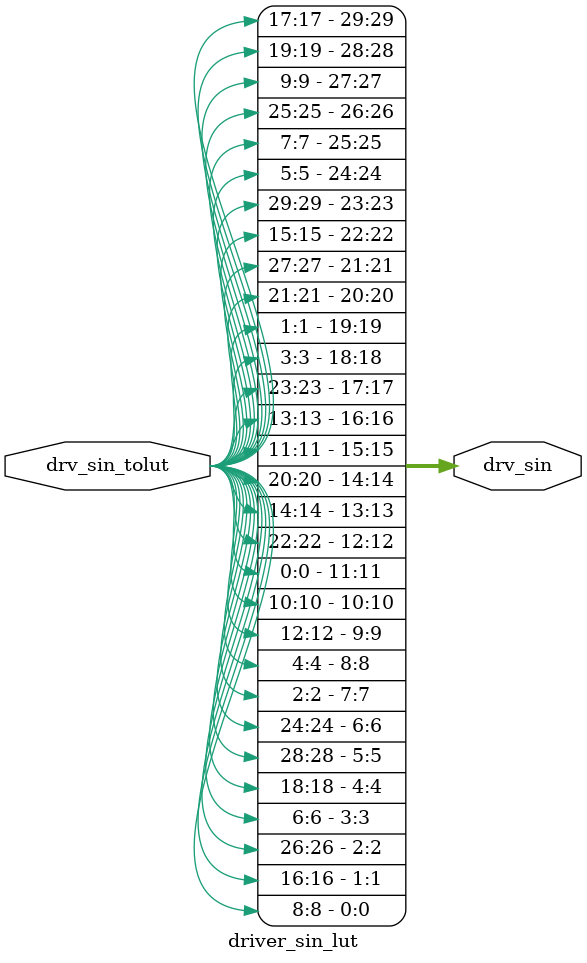
<source format=sv>

`default_nettype none
module driver_sin_lut (
    input [29:0] drv_sin_tolut,
    output [29:0] drv_sin
);

always_comb begin
   drv_sin[0]  = drv_sin_tolut[8];
   drv_sin[27] = drv_sin_tolut[9];
   drv_sin[3]  = drv_sin_tolut[6];
   drv_sin[25] = drv_sin_tolut[7];
   drv_sin[8]  = drv_sin_tolut[4];
   drv_sin[24] = drv_sin_tolut[5];
   drv_sin[7]  = drv_sin_tolut[2];
   drv_sin[18] = drv_sin_tolut[3];
   drv_sin[11] = drv_sin_tolut[0];
   drv_sin[19] = drv_sin_tolut[1];

   drv_sin[4]  = drv_sin_tolut[18];
   drv_sin[28] = drv_sin_tolut[19];
   drv_sin[1]  = drv_sin_tolut[16];
   drv_sin[29] = drv_sin_tolut[17];
   drv_sin[13] = drv_sin_tolut[14];
   drv_sin[22] = drv_sin_tolut[15];
   drv_sin[9]  = drv_sin_tolut[12];
   drv_sin[16] = drv_sin_tolut[13];
   drv_sin[10] = drv_sin_tolut[10];
   drv_sin[15] = drv_sin_tolut[11];

   drv_sin[5]  = drv_sin_tolut[28];
   drv_sin[23] = drv_sin_tolut[29];
   drv_sin[2]  = drv_sin_tolut[26];
   drv_sin[21] = drv_sin_tolut[27];
   drv_sin[6]  = drv_sin_tolut[24];
   drv_sin[26] = drv_sin_tolut[25];
   drv_sin[12] = drv_sin_tolut[22];
   drv_sin[17] = drv_sin_tolut[23];
   drv_sin[14] = drv_sin_tolut[20];
   drv_sin[20] = drv_sin_tolut[21];
end

endmodule

</source>
